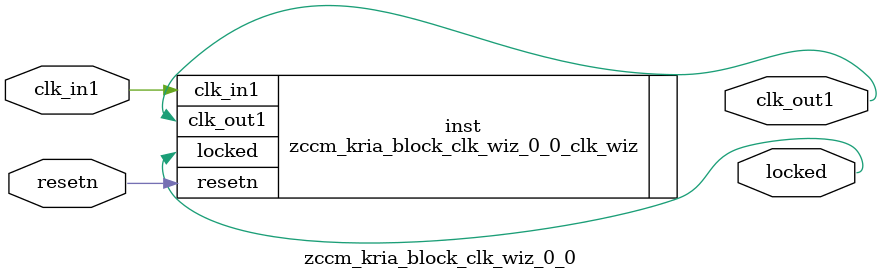
<source format=v>


`timescale 1ps/1ps

(* CORE_GENERATION_INFO = "zccm_kria_block_clk_wiz_0_0,clk_wiz_v6_0_11_0_0,{component_name=zccm_kria_block_clk_wiz_0_0,use_phase_alignment=false,use_min_o_jitter=false,use_max_i_jitter=false,use_dyn_phase_shift=false,use_inclk_switchover=false,use_dyn_reconfig=false,enable_axi=0,feedback_source=FDBK_AUTO,PRIMITIVE=MMCM,num_out_clk=1,clkin1_period=10.000,clkin2_period=10.000,use_power_down=false,use_reset=true,use_locked=true,use_inclk_stopped=false,feedback_type=SINGLE,CLOCK_MGR_TYPE=NA,manual_override=false}" *)

module zccm_kria_block_clk_wiz_0_0 
 (
  // Clock out ports
  output        clk_out1,
  // Status and control signals
  input         resetn,
  output        locked,
 // Clock in ports
  input         clk_in1
 );

  zccm_kria_block_clk_wiz_0_0_clk_wiz inst
  (
  // Clock out ports  
  .clk_out1(clk_out1),
  // Status and control signals               
  .resetn(resetn), 
  .locked(locked),
 // Clock in ports
  .clk_in1(clk_in1)
  );

endmodule

</source>
